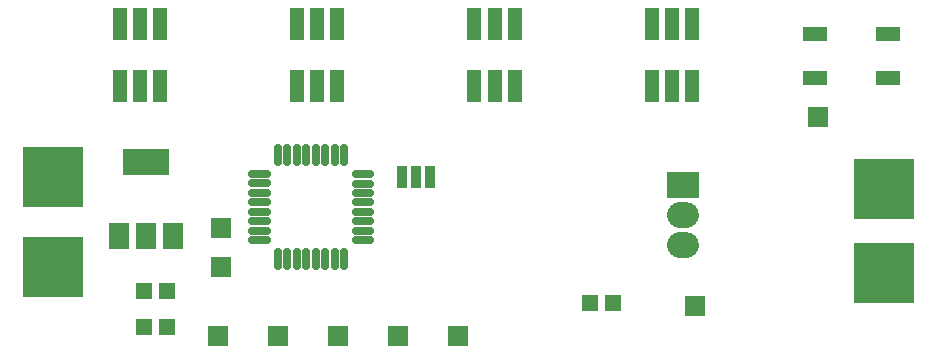
<source format=gts>
G04 ---------------------------- Layer name :TOP SOLDER LAYER*
G04 EasyEDA v5.4.12, Mon, 21 May 2018 10:25:39 GMT*
G04 d0ac2e000ddc4f35a868ce4d586767d9*
G04 Gerber Generator version 0.2*
G04 Scale: 100 percent, Rotated: No, Reflected: No *
G04 Dimensions in millimeters *
G04 leading zeros omitted , absolute positions ,3 integer and 3 decimal *
%FSLAX33Y33*%
%MOMM*%
G90*
G71D02*

%ADD14C,0.653199*%
%ADD16R,4.003192X2.203196*%
%ADD17R,1.703197X2.203196*%
%ADD18R,0.904240X1.902460*%
%ADD19R,2.003196X1.303198*%
%ADD20R,1.303198X2.703195*%
%ADD21R,1.409700X1.409700*%
%ADD22R,2.703200X2.203201*%
%ADD23R,1.778000X1.778000*%
%ADD24R,1.778000X1.778254*%
%ADD25R,5.203190X5.203190*%
%ADD26R,1.778254X1.778254*%
%ADD27C,2.203201*%

%LPD*%
G54D27*
G01X57145Y15875D02*
G01X56646Y15875D01*
G01X57145Y18415D02*
G01X56646Y18415D01*
G54D14*
G01X28194Y14081D02*
G01X28194Y15281D01*
G01X27393Y14081D02*
G01X27393Y15281D01*
G01X26593Y14081D02*
G01X26593Y15281D01*
G01X25793Y14081D02*
G01X25793Y15281D01*
G01X24996Y14081D02*
G01X24996Y15281D01*
G01X24196Y14081D02*
G01X24196Y15281D01*
G01X23395Y14081D02*
G01X23395Y15281D01*
G01X22595Y14081D02*
G01X22595Y15281D01*
G01X21631Y16256D02*
G01X20431Y16256D01*
G01X21631Y17056D02*
G01X20431Y17056D01*
G01X21631Y17856D02*
G01X20431Y17856D01*
G01X21631Y18656D02*
G01X20431Y18656D01*
G01X21631Y19453D02*
G01X20431Y19453D01*
G01X21631Y20253D02*
G01X20431Y20253D01*
G01X21631Y21054D02*
G01X20431Y21054D01*
G01X21631Y21854D02*
G01X20431Y21854D01*
G01X22606Y22844D02*
G01X22606Y24044D01*
G01X23406Y22844D02*
G01X23406Y24044D01*
G01X24206Y22844D02*
G01X24206Y24044D01*
G01X25006Y22844D02*
G01X25006Y24044D01*
G01X25803Y22844D02*
G01X25803Y24044D01*
G01X26603Y22844D02*
G01X26603Y24044D01*
G01X27404Y22844D02*
G01X27404Y24044D01*
G01X28204Y22844D02*
G01X28204Y24044D01*
G01X30368Y21844D02*
G01X29168Y21844D01*
G01X30368Y21043D02*
G01X29168Y21043D01*
G01X30368Y20243D02*
G01X29168Y20243D01*
G01X30368Y19443D02*
G01X29168Y19443D01*
G01X30368Y18646D02*
G01X29168Y18646D01*
G01X30368Y17846D02*
G01X29168Y17846D01*
G01X30368Y17045D02*
G01X29168Y17045D01*
G01X30368Y16245D02*
G01X29168Y16245D01*
G54D16*
G01X11430Y22860D03*
G54D17*
G01X11430Y16560D03*
G01X13731Y16560D03*
G01X9131Y16560D03*
G54D18*
G01X33096Y21590D03*
G01X34290Y21590D03*
G01X35483Y21590D03*
G54D19*
G01X68072Y33688D03*
G01X68072Y29987D03*
G01X74272Y33688D03*
G01X74272Y29987D03*
G54D20*
G01X57635Y34510D03*
G01X55935Y34508D03*
G01X54236Y34510D03*
G01X57635Y29309D03*
G01X55935Y29309D03*
G01X54236Y29309D03*
G01X42636Y34510D03*
G01X40934Y34508D03*
G01X39235Y34510D03*
G01X42636Y29309D03*
G01X40937Y29309D03*
G01X39235Y29309D03*
G01X27635Y34510D03*
G01X25935Y34508D03*
G01X24236Y34510D03*
G01X27635Y29309D03*
G01X25935Y29309D03*
G01X24236Y29309D03*
G01X12636Y34510D03*
G01X10934Y34508D03*
G01X9235Y34510D03*
G01X12636Y29309D03*
G01X10937Y29309D03*
G01X9235Y29309D03*
G54D21*
G01X49022Y10922D03*
G01X51003Y10922D03*
G01X13208Y8890D03*
G01X11226Y8890D03*
G01X13208Y11938D03*
G01X11226Y11938D03*
G54D22*
G01X56896Y20955D03*
G54D23*
G01X27686Y8128D03*
G01X32766Y8128D03*
G01X22606Y8128D03*
G54D24*
G01X37846Y8128D03*
G54D23*
G01X17526Y8128D03*
G54D25*
G01X3556Y13970D03*
G01X3556Y21590D03*
G01X73914Y20574D03*
G01X73914Y13462D03*
G54D26*
G01X68326Y26670D03*
G01X17780Y17272D03*
G01X17780Y13970D03*
G01X57912Y10668D03*
M00*
M02*

</source>
